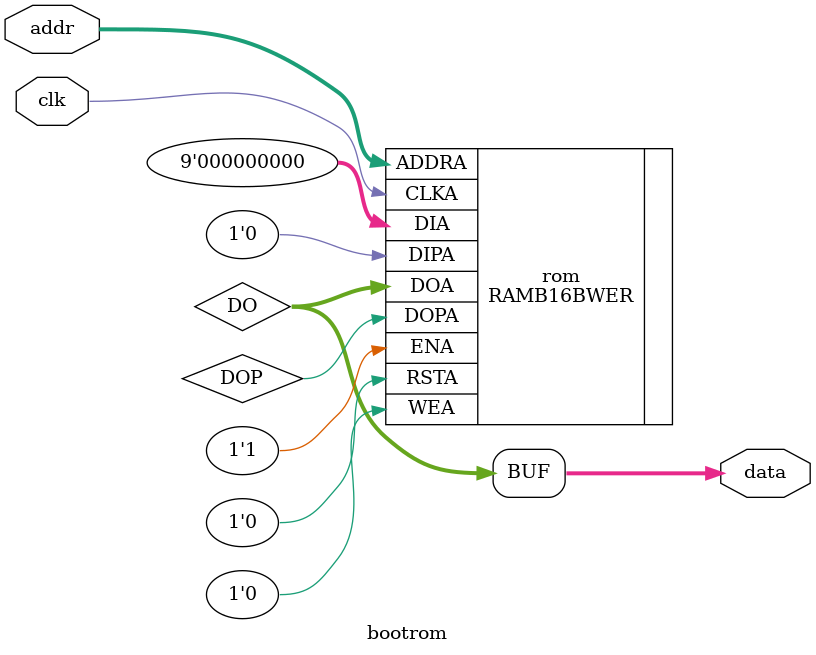
<source format=v>
module bootrom(
    input clk,
    input [10:0] addr,
    output [7:0] data );

wire [7:0] DO;
wire DOP;

assign data = DO;

RAMB16BWER #(.DATA_WIDTH_A(9)) rom(
    .CLKA(clk),
    .DIA(9'b0),
    .DIPA(1'b0),
    .ENA(1'b1),
    .RSTA(1'b0),
    .WEA(1'b0),
    .ADDRA(addr),
    .DOA(DO),
    .DOPA(DOP) );

endmodule

</source>
